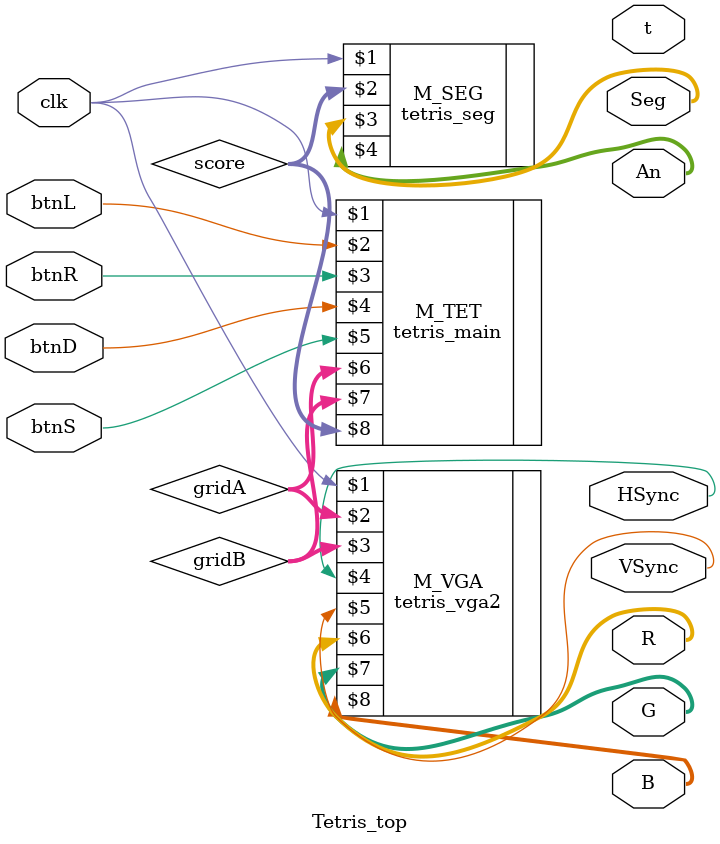
<source format=v>
`timescale 1ns / 1ps
module Tetris_top(
	clk,
	btnL,
	btnR,
	btnD,
	btnS,
	HSync,
	VSync,
	R,
	G,
	B,
	Seg,
	An,
	t
    );
	
	input clk, btnL, btnR, btnD, btnS;
	output HSync, VSync;
	output [2:0] R;
	output [2:0] G;
	output [1:0] B;
	output [7:0] Seg;
	output [3:0] An;
	output reg t;
	
	wire [199:0] gridA;
	wire [199:0] gridB;
	wire [12:0] score;
	
	tetris_main M_TET(clk, btnL, btnR, btnD, btnS, gridA, gridB, score);
	tetris_vga2 M_VGA(clk, gridA, gridB, HSync, VSync, R, G, B);
	tetris_seg  M_SEG(clk, score, Seg, An);
//	always @(posedge clk) begin
//		if (score > 100) t <= 1;
//		else t <= 0;
//	end

endmodule

</source>
